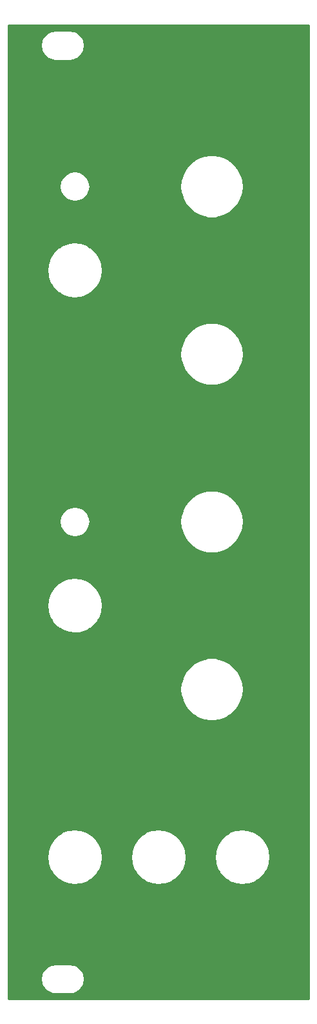
<source format=gtl>
G04 #@! TF.GenerationSoftware,KiCad,Pcbnew,(5.0.0-rc2)*
G04 #@! TF.CreationDate,2020-07-08T18:30:56+03:00*
G04 #@! TF.ProjectId,ENVPNL2,454E56504E4C322E6B696361645F7063,rev?*
G04 #@! TF.SameCoordinates,PX42a96e0PY92dda80*
G04 #@! TF.FileFunction,Copper,L1,Top,Signal*
G04 #@! TF.FilePolarity,Positive*
%FSLAX46Y46*%
G04 Gerber Fmt 4.6, Leading zero omitted, Abs format (unit mm)*
G04 Created by KiCad (PCBNEW (5.0.0-rc2)) date Wed Jul  8 18:30:56 2020*
%MOMM*%
%LPD*%
G01*
G04 APERTURE LIST*
G04 #@! TA.AperFunction,NonConductor*
%ADD10C,0.254000*%
G04 #@! TD*
G04 APERTURE END LIST*
D10*
G36*
X39798000Y402000D02*
X402000Y402000D01*
X402000Y3060540D01*
X4617764Y3060540D01*
X4617765Y3000000D01*
X4617764Y2939460D01*
X4617766Y2939454D01*
X4696074Y2445039D01*
X4696074Y2445033D01*
X4733490Y2329879D01*
X4960753Y1883850D01*
X5031923Y1785893D01*
X5031927Y1785890D01*
X5385893Y1431923D01*
X5483850Y1360753D01*
X5929879Y1133490D01*
X6045033Y1096074D01*
X6045039Y1096074D01*
X6531969Y1018951D01*
X6561888Y1013000D01*
X8438112Y1013000D01*
X8468035Y1018952D01*
X8954961Y1096074D01*
X8954967Y1096074D01*
X9070121Y1133490D01*
X9516150Y1360753D01*
X9614107Y1431923D01*
X9614110Y1431927D01*
X9968078Y1785894D01*
X10039247Y1883850D01*
X10266510Y2329879D01*
X10303926Y2445033D01*
X10303926Y2445039D01*
X10382234Y2939455D01*
X10382236Y2939460D01*
X10382236Y3060540D01*
X10382234Y3060545D01*
X10303926Y3554961D01*
X10303926Y3554967D01*
X10266510Y3670121D01*
X10039247Y4116150D01*
X9995131Y4176870D01*
X9968078Y4214106D01*
X9614110Y4568073D01*
X9614107Y4568077D01*
X9516150Y4639247D01*
X9070121Y4866510D01*
X8954967Y4903926D01*
X8954961Y4903926D01*
X8468035Y4981048D01*
X8438112Y4987000D01*
X6561888Y4987000D01*
X6531969Y4981049D01*
X6045039Y4903926D01*
X6045033Y4903926D01*
X5929879Y4866510D01*
X5483850Y4639247D01*
X5385894Y4568078D01*
X5031927Y4214110D01*
X5031923Y4214107D01*
X4960753Y4116150D01*
X4733490Y3670121D01*
X4696074Y3554967D01*
X4696074Y3554961D01*
X4617766Y3060546D01*
X4617764Y3060540D01*
X402000Y3060540D01*
X402000Y18948940D01*
X5443356Y18948940D01*
X5523000Y18318498D01*
X5523000Y18288490D01*
X5528454Y18275322D01*
X5545539Y18140085D01*
X5824382Y17373969D01*
X6041095Y17037697D01*
X6067565Y16973792D01*
X6108949Y16932408D01*
X6266028Y16688669D01*
X6848526Y16118245D01*
X7042359Y15998998D01*
X7073792Y15967565D01*
X7133969Y15942639D01*
X7542925Y15691047D01*
X8314713Y15428309D01*
X9125530Y15343089D01*
X9795683Y15423000D01*
X9811510Y15423000D01*
X9817908Y15425650D01*
X9935079Y15439622D01*
X10703123Y15713110D01*
X11062494Y15941174D01*
X11126208Y15967565D01*
X11164642Y16005999D01*
X11391490Y16149961D01*
X11965967Y16728463D01*
X12097330Y16938687D01*
X12132435Y16973792D01*
X12158329Y17036306D01*
X12398002Y17419862D01*
X12666121Y18189797D01*
X12751272Y18948940D01*
X16443356Y18948940D01*
X16523000Y18318498D01*
X16523000Y18288490D01*
X16528454Y18275322D01*
X16545539Y18140085D01*
X16824382Y17373969D01*
X17041095Y17037697D01*
X17067565Y16973792D01*
X17108949Y16932408D01*
X17266028Y16688669D01*
X17848526Y16118245D01*
X18042359Y15998998D01*
X18073792Y15967565D01*
X18133969Y15942639D01*
X18542925Y15691047D01*
X19314713Y15428309D01*
X20125530Y15343089D01*
X20795683Y15423000D01*
X20811510Y15423000D01*
X20817908Y15425650D01*
X20935079Y15439622D01*
X21703123Y15713110D01*
X22062494Y15941174D01*
X22126208Y15967565D01*
X22164642Y16005999D01*
X22391490Y16149961D01*
X22965967Y16728463D01*
X23097330Y16938687D01*
X23132435Y16973792D01*
X23158329Y17036306D01*
X23398002Y17419862D01*
X23666121Y18189797D01*
X23751272Y18948940D01*
X27443356Y18948940D01*
X27523000Y18318498D01*
X27523000Y18288490D01*
X27528454Y18275322D01*
X27545539Y18140085D01*
X27824382Y17373969D01*
X28041095Y17037697D01*
X28067565Y16973792D01*
X28108949Y16932408D01*
X28266028Y16688669D01*
X28848526Y16118245D01*
X29042359Y15998998D01*
X29073792Y15967565D01*
X29133969Y15942639D01*
X29542925Y15691047D01*
X30314713Y15428309D01*
X31125530Y15343089D01*
X31795683Y15423000D01*
X31811510Y15423000D01*
X31817908Y15425650D01*
X31935079Y15439622D01*
X32703123Y15713110D01*
X33062494Y15941174D01*
X33126208Y15967565D01*
X33164642Y16005999D01*
X33391490Y16149961D01*
X33965967Y16728463D01*
X34097330Y16938687D01*
X34132435Y16973792D01*
X34158329Y17036306D01*
X34398002Y17419862D01*
X34666121Y18189797D01*
X34757000Y19000000D01*
X34755574Y19102109D01*
X34677000Y19661195D01*
X34677000Y19711510D01*
X34666297Y19737348D01*
X34642109Y19909459D01*
X34352596Y20671607D01*
X34157990Y20964512D01*
X34132435Y21026208D01*
X34086442Y21072201D01*
X33901425Y21350674D01*
X33311019Y21912910D01*
X33149372Y22009271D01*
X33126208Y22032435D01*
X33074777Y22053738D01*
X32610723Y22330370D01*
X31835342Y22582307D01*
X31023414Y22656198D01*
X30429855Y22577000D01*
X30388490Y22577000D01*
X30368833Y22568858D01*
X30215292Y22548371D01*
X29451141Y22264186D01*
X29136993Y22058614D01*
X29073792Y22032435D01*
X29029874Y21988517D01*
X28768940Y21817767D01*
X28202597Y21231301D01*
X28095009Y21053652D01*
X28067565Y21026208D01*
X28044143Y20969662D01*
X27780258Y20533936D01*
X27522914Y19760333D01*
X27443356Y18948940D01*
X23751272Y18948940D01*
X23757000Y19000000D01*
X23755574Y19102109D01*
X23677000Y19661195D01*
X23677000Y19711510D01*
X23666297Y19737348D01*
X23642109Y19909459D01*
X23352596Y20671607D01*
X23157990Y20964512D01*
X23132435Y21026208D01*
X23086442Y21072201D01*
X22901425Y21350674D01*
X22311019Y21912910D01*
X22149372Y22009271D01*
X22126208Y22032435D01*
X22074777Y22053738D01*
X21610723Y22330370D01*
X20835342Y22582307D01*
X20023414Y22656198D01*
X19429855Y22577000D01*
X19388490Y22577000D01*
X19368833Y22568858D01*
X19215292Y22548371D01*
X18451141Y22264186D01*
X18136993Y22058614D01*
X18073792Y22032435D01*
X18029874Y21988517D01*
X17768940Y21817767D01*
X17202597Y21231301D01*
X17095009Y21053652D01*
X17067565Y21026208D01*
X17044143Y20969662D01*
X16780258Y20533936D01*
X16522914Y19760333D01*
X16443356Y18948940D01*
X12751272Y18948940D01*
X12757000Y19000000D01*
X12755574Y19102109D01*
X12677000Y19661195D01*
X12677000Y19711510D01*
X12666297Y19737348D01*
X12642109Y19909459D01*
X12352596Y20671607D01*
X12157990Y20964512D01*
X12132435Y21026208D01*
X12086442Y21072201D01*
X11901425Y21350674D01*
X11311019Y21912910D01*
X11149372Y22009271D01*
X11126208Y22032435D01*
X11074777Y22053738D01*
X10610723Y22330370D01*
X9835342Y22582307D01*
X9023414Y22656198D01*
X8429855Y22577000D01*
X8388490Y22577000D01*
X8368833Y22568858D01*
X8215292Y22548371D01*
X7451141Y22264186D01*
X7136993Y22058614D01*
X7073792Y22032435D01*
X7029874Y21988517D01*
X6768940Y21817767D01*
X6202597Y21231301D01*
X6095009Y21053652D01*
X6067565Y21026208D01*
X6044143Y20969662D01*
X5780258Y20533936D01*
X5522914Y19760333D01*
X5443356Y18948940D01*
X402000Y18948940D01*
X402000Y41000000D01*
X22943000Y41000000D01*
X23023000Y40238847D01*
X23023000Y40189034D01*
X23030016Y40172096D01*
X23033840Y40135711D01*
X23302392Y39309196D01*
X23603386Y38787859D01*
X23643686Y38690565D01*
X23681240Y38653011D01*
X23736916Y38556577D01*
X24318424Y37910747D01*
X24702689Y37631562D01*
X24790565Y37543686D01*
X24867504Y37511817D01*
X25021500Y37399932D01*
X25815416Y37046458D01*
X26176034Y36969806D01*
X26289034Y36923000D01*
X26396239Y36923000D01*
X26665475Y36865772D01*
X27534525Y36865772D01*
X27803761Y36923000D01*
X27910966Y36923000D01*
X28023966Y36969806D01*
X28384584Y37046458D01*
X29178500Y37399932D01*
X29332496Y37511817D01*
X29409435Y37543686D01*
X29497311Y37631562D01*
X29881576Y37910747D01*
X30463084Y38556577D01*
X30518760Y38653011D01*
X30556314Y38690565D01*
X30596614Y38787859D01*
X30897608Y39309196D01*
X31166160Y40135711D01*
X31169984Y40172096D01*
X31177000Y40189034D01*
X31177000Y40238847D01*
X31257000Y41000000D01*
X31177000Y41761153D01*
X31177000Y41810966D01*
X31169984Y41827904D01*
X31166160Y41864289D01*
X30897608Y42690804D01*
X30596614Y43212141D01*
X30556314Y43309435D01*
X30518760Y43346989D01*
X30463084Y43443423D01*
X29881576Y44089253D01*
X29497311Y44368438D01*
X29409435Y44456314D01*
X29332496Y44488183D01*
X29178500Y44600068D01*
X28384584Y44953542D01*
X28023966Y45030194D01*
X27910966Y45077000D01*
X27803761Y45077000D01*
X27534525Y45134228D01*
X26665475Y45134228D01*
X26396239Y45077000D01*
X26289034Y45077000D01*
X26176034Y45030194D01*
X25815416Y44953542D01*
X25021500Y44600068D01*
X24867504Y44488183D01*
X24790565Y44456314D01*
X24702689Y44368438D01*
X24318424Y44089253D01*
X23736916Y43443423D01*
X23681240Y43346989D01*
X23643686Y43309435D01*
X23603386Y43212141D01*
X23302392Y42690804D01*
X23033840Y41864289D01*
X23030016Y41827904D01*
X23023000Y41810966D01*
X23023000Y41761153D01*
X22943000Y41000000D01*
X402000Y41000000D01*
X402000Y51948940D01*
X5443356Y51948940D01*
X5523000Y51318498D01*
X5523000Y51288490D01*
X5528454Y51275322D01*
X5545539Y51140085D01*
X5824382Y50373969D01*
X6041095Y50037697D01*
X6067565Y49973792D01*
X6108949Y49932408D01*
X6266028Y49688669D01*
X6848526Y49118245D01*
X7042359Y48998998D01*
X7073792Y48967565D01*
X7133969Y48942639D01*
X7542925Y48691047D01*
X8314713Y48428309D01*
X9125530Y48343089D01*
X9795683Y48423000D01*
X9811510Y48423000D01*
X9817908Y48425650D01*
X9935079Y48439622D01*
X10703123Y48713110D01*
X11062494Y48941174D01*
X11126208Y48967565D01*
X11164642Y49005999D01*
X11391490Y49149961D01*
X11965967Y49728463D01*
X12097330Y49938687D01*
X12132435Y49973792D01*
X12158329Y50036306D01*
X12398002Y50419862D01*
X12666121Y51189797D01*
X12757000Y52000000D01*
X12755574Y52102109D01*
X12677000Y52661195D01*
X12677000Y52711510D01*
X12666297Y52737348D01*
X12642109Y52909459D01*
X12352596Y53671607D01*
X12157990Y53964512D01*
X12132435Y54026208D01*
X12086442Y54072201D01*
X11901425Y54350674D01*
X11311019Y54912910D01*
X11149372Y55009271D01*
X11126208Y55032435D01*
X11074777Y55053738D01*
X10610723Y55330370D01*
X9835342Y55582307D01*
X9023414Y55656198D01*
X8429855Y55577000D01*
X8388490Y55577000D01*
X8368833Y55568858D01*
X8215292Y55548371D01*
X7451141Y55264186D01*
X7136993Y55058614D01*
X7073792Y55032435D01*
X7029874Y54988517D01*
X6768940Y54817767D01*
X6202597Y54231301D01*
X6095009Y54053652D01*
X6067565Y54026208D01*
X6044143Y53969662D01*
X5780258Y53533936D01*
X5522914Y52760333D01*
X5443356Y51948940D01*
X402000Y51948940D01*
X402000Y63000000D01*
X7093000Y63000000D01*
X7191230Y62379803D01*
X7476303Y61820315D01*
X7920315Y61376303D01*
X8479803Y61091230D01*
X9100000Y60993000D01*
X9720197Y61091230D01*
X10279685Y61376303D01*
X10723697Y61820315D01*
X11008770Y62379803D01*
X11107000Y63000000D01*
X22943000Y63000000D01*
X23023000Y62238847D01*
X23023000Y62189034D01*
X23030016Y62172096D01*
X23033840Y62135711D01*
X23302392Y61309196D01*
X23603386Y60787859D01*
X23643686Y60690565D01*
X23681240Y60653011D01*
X23736916Y60556577D01*
X24318424Y59910747D01*
X24702689Y59631562D01*
X24790565Y59543686D01*
X24867504Y59511817D01*
X25021500Y59399932D01*
X25815416Y59046458D01*
X26176034Y58969806D01*
X26289034Y58923000D01*
X26396239Y58923000D01*
X26665475Y58865772D01*
X27534525Y58865772D01*
X27803761Y58923000D01*
X27910966Y58923000D01*
X28023966Y58969806D01*
X28384584Y59046458D01*
X29178500Y59399932D01*
X29332496Y59511817D01*
X29409435Y59543686D01*
X29497311Y59631562D01*
X29881576Y59910747D01*
X30463084Y60556577D01*
X30518760Y60653011D01*
X30556314Y60690565D01*
X30596614Y60787859D01*
X30897608Y61309196D01*
X31166160Y62135711D01*
X31169984Y62172096D01*
X31177000Y62189034D01*
X31177000Y62238847D01*
X31257000Y63000000D01*
X31177000Y63761153D01*
X31177000Y63810966D01*
X31169984Y63827904D01*
X31166160Y63864289D01*
X30897608Y64690804D01*
X30596614Y65212141D01*
X30556314Y65309435D01*
X30518760Y65346989D01*
X30463084Y65443423D01*
X29881576Y66089253D01*
X29497311Y66368438D01*
X29409435Y66456314D01*
X29332496Y66488183D01*
X29178500Y66600068D01*
X28384584Y66953542D01*
X28023966Y67030194D01*
X27910966Y67077000D01*
X27803761Y67077000D01*
X27534525Y67134228D01*
X26665475Y67134228D01*
X26396239Y67077000D01*
X26289034Y67077000D01*
X26176034Y67030194D01*
X25815416Y66953542D01*
X25021500Y66600068D01*
X24867504Y66488183D01*
X24790565Y66456314D01*
X24702689Y66368438D01*
X24318424Y66089253D01*
X23736916Y65443423D01*
X23681240Y65346989D01*
X23643686Y65309435D01*
X23603386Y65212141D01*
X23302392Y64690804D01*
X23033840Y63864289D01*
X23030016Y63827904D01*
X23023000Y63810966D01*
X23023000Y63761153D01*
X22943000Y63000000D01*
X11107000Y63000000D01*
X11008770Y63620197D01*
X10723697Y64179685D01*
X10279685Y64623697D01*
X9720197Y64908770D01*
X9100000Y65007000D01*
X8479803Y64908770D01*
X7920315Y64623697D01*
X7476303Y64179685D01*
X7191230Y63620197D01*
X7093000Y63000000D01*
X402000Y63000000D01*
X402000Y85000000D01*
X22943000Y85000000D01*
X23023000Y84238847D01*
X23023000Y84189034D01*
X23030016Y84172096D01*
X23033840Y84135711D01*
X23302392Y83309196D01*
X23603386Y82787859D01*
X23643686Y82690565D01*
X23681240Y82653011D01*
X23736916Y82556577D01*
X24318424Y81910747D01*
X24702689Y81631562D01*
X24790565Y81543686D01*
X24867504Y81511817D01*
X25021500Y81399932D01*
X25815416Y81046458D01*
X26176034Y80969806D01*
X26289034Y80923000D01*
X26396239Y80923000D01*
X26665475Y80865772D01*
X27534525Y80865772D01*
X27803761Y80923000D01*
X27910966Y80923000D01*
X28023966Y80969806D01*
X28384584Y81046458D01*
X29178500Y81399932D01*
X29332496Y81511817D01*
X29409435Y81543686D01*
X29497311Y81631562D01*
X29881576Y81910747D01*
X30463084Y82556577D01*
X30518760Y82653011D01*
X30556314Y82690565D01*
X30596614Y82787859D01*
X30897608Y83309196D01*
X31166160Y84135711D01*
X31169984Y84172096D01*
X31177000Y84189034D01*
X31177000Y84238847D01*
X31257000Y85000000D01*
X31177000Y85761153D01*
X31177000Y85810966D01*
X31169984Y85827904D01*
X31166160Y85864289D01*
X30897608Y86690804D01*
X30596614Y87212141D01*
X30556314Y87309435D01*
X30518760Y87346989D01*
X30463084Y87443423D01*
X29881576Y88089253D01*
X29497311Y88368438D01*
X29409435Y88456314D01*
X29332496Y88488183D01*
X29178500Y88600068D01*
X28384584Y88953542D01*
X28023966Y89030194D01*
X27910966Y89077000D01*
X27803761Y89077000D01*
X27534525Y89134228D01*
X26665475Y89134228D01*
X26396239Y89077000D01*
X26289034Y89077000D01*
X26176034Y89030194D01*
X25815416Y88953542D01*
X25021500Y88600068D01*
X24867504Y88488183D01*
X24790565Y88456314D01*
X24702689Y88368438D01*
X24318424Y88089253D01*
X23736916Y87443423D01*
X23681240Y87346989D01*
X23643686Y87309435D01*
X23603386Y87212141D01*
X23302392Y86690804D01*
X23033840Y85864289D01*
X23030016Y85827904D01*
X23023000Y85810966D01*
X23023000Y85761153D01*
X22943000Y85000000D01*
X402000Y85000000D01*
X402000Y95948940D01*
X5443356Y95948940D01*
X5523000Y95318498D01*
X5523000Y95288490D01*
X5528454Y95275322D01*
X5545539Y95140085D01*
X5824382Y94373969D01*
X6041095Y94037697D01*
X6067565Y93973792D01*
X6108949Y93932408D01*
X6266028Y93688669D01*
X6848526Y93118245D01*
X7042359Y92998998D01*
X7073792Y92967565D01*
X7133969Y92942639D01*
X7542925Y92691047D01*
X8314713Y92428309D01*
X9125530Y92343089D01*
X9795683Y92423000D01*
X9811510Y92423000D01*
X9817908Y92425650D01*
X9935079Y92439622D01*
X10703123Y92713110D01*
X11062494Y92941174D01*
X11126208Y92967565D01*
X11164642Y93005999D01*
X11391490Y93149961D01*
X11965967Y93728463D01*
X12097330Y93938687D01*
X12132435Y93973792D01*
X12158329Y94036306D01*
X12398002Y94419862D01*
X12666121Y95189797D01*
X12757000Y96000000D01*
X12755574Y96102109D01*
X12677000Y96661195D01*
X12677000Y96711510D01*
X12666297Y96737348D01*
X12642109Y96909459D01*
X12352596Y97671607D01*
X12157990Y97964512D01*
X12132435Y98026208D01*
X12086442Y98072201D01*
X11901425Y98350674D01*
X11311019Y98912910D01*
X11149372Y99009271D01*
X11126208Y99032435D01*
X11074777Y99053738D01*
X10610723Y99330370D01*
X9835342Y99582307D01*
X9023414Y99656198D01*
X8429855Y99577000D01*
X8388490Y99577000D01*
X8368833Y99568858D01*
X8215292Y99548371D01*
X7451141Y99264186D01*
X7136993Y99058614D01*
X7073792Y99032435D01*
X7029874Y98988517D01*
X6768940Y98817767D01*
X6202597Y98231301D01*
X6095009Y98053652D01*
X6067565Y98026208D01*
X6044143Y97969662D01*
X5780258Y97533936D01*
X5522914Y96760333D01*
X5443356Y95948940D01*
X402000Y95948940D01*
X402000Y107000000D01*
X7093000Y107000000D01*
X7191230Y106379803D01*
X7476303Y105820315D01*
X7920315Y105376303D01*
X8479803Y105091230D01*
X9100000Y104993000D01*
X9720197Y105091230D01*
X10279685Y105376303D01*
X10723697Y105820315D01*
X11008770Y106379803D01*
X11107000Y107000000D01*
X22943000Y107000000D01*
X23023000Y106238847D01*
X23023000Y106189034D01*
X23030016Y106172096D01*
X23033840Y106135711D01*
X23302392Y105309196D01*
X23603386Y104787859D01*
X23643686Y104690565D01*
X23681240Y104653011D01*
X23736916Y104556577D01*
X24318424Y103910747D01*
X24702689Y103631562D01*
X24790565Y103543686D01*
X24867504Y103511817D01*
X25021500Y103399932D01*
X25815416Y103046458D01*
X26176034Y102969806D01*
X26289034Y102923000D01*
X26396239Y102923000D01*
X26665475Y102865772D01*
X27534525Y102865772D01*
X27803761Y102923000D01*
X27910966Y102923000D01*
X28023966Y102969806D01*
X28384584Y103046458D01*
X29178500Y103399932D01*
X29332496Y103511817D01*
X29409435Y103543686D01*
X29497311Y103631562D01*
X29881576Y103910747D01*
X30463084Y104556577D01*
X30518760Y104653011D01*
X30556314Y104690565D01*
X30596614Y104787859D01*
X30897608Y105309196D01*
X31166160Y106135711D01*
X31169984Y106172096D01*
X31177000Y106189034D01*
X31177000Y106238847D01*
X31257000Y107000000D01*
X31177000Y107761153D01*
X31177000Y107810966D01*
X31169984Y107827904D01*
X31166160Y107864289D01*
X30897608Y108690804D01*
X30596614Y109212141D01*
X30556314Y109309435D01*
X30518760Y109346989D01*
X30463084Y109443423D01*
X29881576Y110089253D01*
X29497311Y110368438D01*
X29409435Y110456314D01*
X29332496Y110488183D01*
X29178500Y110600068D01*
X28384584Y110953542D01*
X28023966Y111030194D01*
X27910966Y111077000D01*
X27803761Y111077000D01*
X27534525Y111134228D01*
X26665475Y111134228D01*
X26396239Y111077000D01*
X26289034Y111077000D01*
X26176034Y111030194D01*
X25815416Y110953542D01*
X25021500Y110600068D01*
X24867504Y110488183D01*
X24790565Y110456314D01*
X24702689Y110368438D01*
X24318424Y110089253D01*
X23736916Y109443423D01*
X23681240Y109346989D01*
X23643686Y109309435D01*
X23603386Y109212141D01*
X23302392Y108690804D01*
X23033840Y107864289D01*
X23030016Y107827904D01*
X23023000Y107810966D01*
X23023000Y107761153D01*
X22943000Y107000000D01*
X11107000Y107000000D01*
X11008770Y107620197D01*
X10723697Y108179685D01*
X10279685Y108623697D01*
X9720197Y108908770D01*
X9100000Y109007000D01*
X8479803Y108908770D01*
X7920315Y108623697D01*
X7476303Y108179685D01*
X7191230Y107620197D01*
X7093000Y107000000D01*
X402000Y107000000D01*
X402000Y125560540D01*
X4617764Y125560540D01*
X4617765Y125500000D01*
X4617764Y125439460D01*
X4617766Y125439454D01*
X4696074Y124945039D01*
X4696074Y124945033D01*
X4733490Y124829879D01*
X4960753Y124383850D01*
X5031923Y124285893D01*
X5031927Y124285890D01*
X5385893Y123931923D01*
X5483850Y123860753D01*
X5929879Y123633490D01*
X6045033Y123596074D01*
X6045039Y123596074D01*
X6531969Y123518951D01*
X6561888Y123513000D01*
X8438112Y123513000D01*
X8468035Y123518952D01*
X8954961Y123596074D01*
X8954967Y123596074D01*
X9070121Y123633490D01*
X9516150Y123860753D01*
X9614107Y123931923D01*
X9614110Y123931927D01*
X9968078Y124285894D01*
X10039247Y124383850D01*
X10266510Y124829879D01*
X10303926Y124945033D01*
X10303926Y124945039D01*
X10382234Y125439455D01*
X10382236Y125439460D01*
X10382236Y125560540D01*
X10382234Y125560545D01*
X10303926Y126054961D01*
X10303926Y126054967D01*
X10266510Y126170121D01*
X10039247Y126616150D01*
X9995131Y126676870D01*
X9968078Y126714106D01*
X9614110Y127068073D01*
X9614107Y127068077D01*
X9516150Y127139247D01*
X9070121Y127366510D01*
X8954967Y127403926D01*
X8954961Y127403926D01*
X8468035Y127481048D01*
X8438112Y127487000D01*
X6561888Y127487000D01*
X6531969Y127481049D01*
X6045039Y127403926D01*
X6045033Y127403926D01*
X5929879Y127366510D01*
X5483850Y127139247D01*
X5385894Y127068078D01*
X5031927Y126714110D01*
X5031923Y126714107D01*
X4960753Y126616150D01*
X4733490Y126170121D01*
X4696074Y126054967D01*
X4696074Y126054961D01*
X4617766Y125560546D01*
X4617764Y125560540D01*
X402000Y125560540D01*
X401999Y128098000D01*
X39798001Y128098000D01*
X39798000Y402000D01*
X39798000Y402000D01*
G37*
X39798000Y402000D02*
X402000Y402000D01*
X402000Y3060540D01*
X4617764Y3060540D01*
X4617765Y3000000D01*
X4617764Y2939460D01*
X4617766Y2939454D01*
X4696074Y2445039D01*
X4696074Y2445033D01*
X4733490Y2329879D01*
X4960753Y1883850D01*
X5031923Y1785893D01*
X5031927Y1785890D01*
X5385893Y1431923D01*
X5483850Y1360753D01*
X5929879Y1133490D01*
X6045033Y1096074D01*
X6045039Y1096074D01*
X6531969Y1018951D01*
X6561888Y1013000D01*
X8438112Y1013000D01*
X8468035Y1018952D01*
X8954961Y1096074D01*
X8954967Y1096074D01*
X9070121Y1133490D01*
X9516150Y1360753D01*
X9614107Y1431923D01*
X9614110Y1431927D01*
X9968078Y1785894D01*
X10039247Y1883850D01*
X10266510Y2329879D01*
X10303926Y2445033D01*
X10303926Y2445039D01*
X10382234Y2939455D01*
X10382236Y2939460D01*
X10382236Y3060540D01*
X10382234Y3060545D01*
X10303926Y3554961D01*
X10303926Y3554967D01*
X10266510Y3670121D01*
X10039247Y4116150D01*
X9995131Y4176870D01*
X9968078Y4214106D01*
X9614110Y4568073D01*
X9614107Y4568077D01*
X9516150Y4639247D01*
X9070121Y4866510D01*
X8954967Y4903926D01*
X8954961Y4903926D01*
X8468035Y4981048D01*
X8438112Y4987000D01*
X6561888Y4987000D01*
X6531969Y4981049D01*
X6045039Y4903926D01*
X6045033Y4903926D01*
X5929879Y4866510D01*
X5483850Y4639247D01*
X5385894Y4568078D01*
X5031927Y4214110D01*
X5031923Y4214107D01*
X4960753Y4116150D01*
X4733490Y3670121D01*
X4696074Y3554967D01*
X4696074Y3554961D01*
X4617766Y3060546D01*
X4617764Y3060540D01*
X402000Y3060540D01*
X402000Y18948940D01*
X5443356Y18948940D01*
X5523000Y18318498D01*
X5523000Y18288490D01*
X5528454Y18275322D01*
X5545539Y18140085D01*
X5824382Y17373969D01*
X6041095Y17037697D01*
X6067565Y16973792D01*
X6108949Y16932408D01*
X6266028Y16688669D01*
X6848526Y16118245D01*
X7042359Y15998998D01*
X7073792Y15967565D01*
X7133969Y15942639D01*
X7542925Y15691047D01*
X8314713Y15428309D01*
X9125530Y15343089D01*
X9795683Y15423000D01*
X9811510Y15423000D01*
X9817908Y15425650D01*
X9935079Y15439622D01*
X10703123Y15713110D01*
X11062494Y15941174D01*
X11126208Y15967565D01*
X11164642Y16005999D01*
X11391490Y16149961D01*
X11965967Y16728463D01*
X12097330Y16938687D01*
X12132435Y16973792D01*
X12158329Y17036306D01*
X12398002Y17419862D01*
X12666121Y18189797D01*
X12751272Y18948940D01*
X16443356Y18948940D01*
X16523000Y18318498D01*
X16523000Y18288490D01*
X16528454Y18275322D01*
X16545539Y18140085D01*
X16824382Y17373969D01*
X17041095Y17037697D01*
X17067565Y16973792D01*
X17108949Y16932408D01*
X17266028Y16688669D01*
X17848526Y16118245D01*
X18042359Y15998998D01*
X18073792Y15967565D01*
X18133969Y15942639D01*
X18542925Y15691047D01*
X19314713Y15428309D01*
X20125530Y15343089D01*
X20795683Y15423000D01*
X20811510Y15423000D01*
X20817908Y15425650D01*
X20935079Y15439622D01*
X21703123Y15713110D01*
X22062494Y15941174D01*
X22126208Y15967565D01*
X22164642Y16005999D01*
X22391490Y16149961D01*
X22965967Y16728463D01*
X23097330Y16938687D01*
X23132435Y16973792D01*
X23158329Y17036306D01*
X23398002Y17419862D01*
X23666121Y18189797D01*
X23751272Y18948940D01*
X27443356Y18948940D01*
X27523000Y18318498D01*
X27523000Y18288490D01*
X27528454Y18275322D01*
X27545539Y18140085D01*
X27824382Y17373969D01*
X28041095Y17037697D01*
X28067565Y16973792D01*
X28108949Y16932408D01*
X28266028Y16688669D01*
X28848526Y16118245D01*
X29042359Y15998998D01*
X29073792Y15967565D01*
X29133969Y15942639D01*
X29542925Y15691047D01*
X30314713Y15428309D01*
X31125530Y15343089D01*
X31795683Y15423000D01*
X31811510Y15423000D01*
X31817908Y15425650D01*
X31935079Y15439622D01*
X32703123Y15713110D01*
X33062494Y15941174D01*
X33126208Y15967565D01*
X33164642Y16005999D01*
X33391490Y16149961D01*
X33965967Y16728463D01*
X34097330Y16938687D01*
X34132435Y16973792D01*
X34158329Y17036306D01*
X34398002Y17419862D01*
X34666121Y18189797D01*
X34757000Y19000000D01*
X34755574Y19102109D01*
X34677000Y19661195D01*
X34677000Y19711510D01*
X34666297Y19737348D01*
X34642109Y19909459D01*
X34352596Y20671607D01*
X34157990Y20964512D01*
X34132435Y21026208D01*
X34086442Y21072201D01*
X33901425Y21350674D01*
X33311019Y21912910D01*
X33149372Y22009271D01*
X33126208Y22032435D01*
X33074777Y22053738D01*
X32610723Y22330370D01*
X31835342Y22582307D01*
X31023414Y22656198D01*
X30429855Y22577000D01*
X30388490Y22577000D01*
X30368833Y22568858D01*
X30215292Y22548371D01*
X29451141Y22264186D01*
X29136993Y22058614D01*
X29073792Y22032435D01*
X29029874Y21988517D01*
X28768940Y21817767D01*
X28202597Y21231301D01*
X28095009Y21053652D01*
X28067565Y21026208D01*
X28044143Y20969662D01*
X27780258Y20533936D01*
X27522914Y19760333D01*
X27443356Y18948940D01*
X23751272Y18948940D01*
X23757000Y19000000D01*
X23755574Y19102109D01*
X23677000Y19661195D01*
X23677000Y19711510D01*
X23666297Y19737348D01*
X23642109Y19909459D01*
X23352596Y20671607D01*
X23157990Y20964512D01*
X23132435Y21026208D01*
X23086442Y21072201D01*
X22901425Y21350674D01*
X22311019Y21912910D01*
X22149372Y22009271D01*
X22126208Y22032435D01*
X22074777Y22053738D01*
X21610723Y22330370D01*
X20835342Y22582307D01*
X20023414Y22656198D01*
X19429855Y22577000D01*
X19388490Y22577000D01*
X19368833Y22568858D01*
X19215292Y22548371D01*
X18451141Y22264186D01*
X18136993Y22058614D01*
X18073792Y22032435D01*
X18029874Y21988517D01*
X17768940Y21817767D01*
X17202597Y21231301D01*
X17095009Y21053652D01*
X17067565Y21026208D01*
X17044143Y20969662D01*
X16780258Y20533936D01*
X16522914Y19760333D01*
X16443356Y18948940D01*
X12751272Y18948940D01*
X12757000Y19000000D01*
X12755574Y19102109D01*
X12677000Y19661195D01*
X12677000Y19711510D01*
X12666297Y19737348D01*
X12642109Y19909459D01*
X12352596Y20671607D01*
X12157990Y20964512D01*
X12132435Y21026208D01*
X12086442Y21072201D01*
X11901425Y21350674D01*
X11311019Y21912910D01*
X11149372Y22009271D01*
X11126208Y22032435D01*
X11074777Y22053738D01*
X10610723Y22330370D01*
X9835342Y22582307D01*
X9023414Y22656198D01*
X8429855Y22577000D01*
X8388490Y22577000D01*
X8368833Y22568858D01*
X8215292Y22548371D01*
X7451141Y22264186D01*
X7136993Y22058614D01*
X7073792Y22032435D01*
X7029874Y21988517D01*
X6768940Y21817767D01*
X6202597Y21231301D01*
X6095009Y21053652D01*
X6067565Y21026208D01*
X6044143Y20969662D01*
X5780258Y20533936D01*
X5522914Y19760333D01*
X5443356Y18948940D01*
X402000Y18948940D01*
X402000Y41000000D01*
X22943000Y41000000D01*
X23023000Y40238847D01*
X23023000Y40189034D01*
X23030016Y40172096D01*
X23033840Y40135711D01*
X23302392Y39309196D01*
X23603386Y38787859D01*
X23643686Y38690565D01*
X23681240Y38653011D01*
X23736916Y38556577D01*
X24318424Y37910747D01*
X24702689Y37631562D01*
X24790565Y37543686D01*
X24867504Y37511817D01*
X25021500Y37399932D01*
X25815416Y37046458D01*
X26176034Y36969806D01*
X26289034Y36923000D01*
X26396239Y36923000D01*
X26665475Y36865772D01*
X27534525Y36865772D01*
X27803761Y36923000D01*
X27910966Y36923000D01*
X28023966Y36969806D01*
X28384584Y37046458D01*
X29178500Y37399932D01*
X29332496Y37511817D01*
X29409435Y37543686D01*
X29497311Y37631562D01*
X29881576Y37910747D01*
X30463084Y38556577D01*
X30518760Y38653011D01*
X30556314Y38690565D01*
X30596614Y38787859D01*
X30897608Y39309196D01*
X31166160Y40135711D01*
X31169984Y40172096D01*
X31177000Y40189034D01*
X31177000Y40238847D01*
X31257000Y41000000D01*
X31177000Y41761153D01*
X31177000Y41810966D01*
X31169984Y41827904D01*
X31166160Y41864289D01*
X30897608Y42690804D01*
X30596614Y43212141D01*
X30556314Y43309435D01*
X30518760Y43346989D01*
X30463084Y43443423D01*
X29881576Y44089253D01*
X29497311Y44368438D01*
X29409435Y44456314D01*
X29332496Y44488183D01*
X29178500Y44600068D01*
X28384584Y44953542D01*
X28023966Y45030194D01*
X27910966Y45077000D01*
X27803761Y45077000D01*
X27534525Y45134228D01*
X26665475Y45134228D01*
X26396239Y45077000D01*
X26289034Y45077000D01*
X26176034Y45030194D01*
X25815416Y44953542D01*
X25021500Y44600068D01*
X24867504Y44488183D01*
X24790565Y44456314D01*
X24702689Y44368438D01*
X24318424Y44089253D01*
X23736916Y43443423D01*
X23681240Y43346989D01*
X23643686Y43309435D01*
X23603386Y43212141D01*
X23302392Y42690804D01*
X23033840Y41864289D01*
X23030016Y41827904D01*
X23023000Y41810966D01*
X23023000Y41761153D01*
X22943000Y41000000D01*
X402000Y41000000D01*
X402000Y51948940D01*
X5443356Y51948940D01*
X5523000Y51318498D01*
X5523000Y51288490D01*
X5528454Y51275322D01*
X5545539Y51140085D01*
X5824382Y50373969D01*
X6041095Y50037697D01*
X6067565Y49973792D01*
X6108949Y49932408D01*
X6266028Y49688669D01*
X6848526Y49118245D01*
X7042359Y48998998D01*
X7073792Y48967565D01*
X7133969Y48942639D01*
X7542925Y48691047D01*
X8314713Y48428309D01*
X9125530Y48343089D01*
X9795683Y48423000D01*
X9811510Y48423000D01*
X9817908Y48425650D01*
X9935079Y48439622D01*
X10703123Y48713110D01*
X11062494Y48941174D01*
X11126208Y48967565D01*
X11164642Y49005999D01*
X11391490Y49149961D01*
X11965967Y49728463D01*
X12097330Y49938687D01*
X12132435Y49973792D01*
X12158329Y50036306D01*
X12398002Y50419862D01*
X12666121Y51189797D01*
X12757000Y52000000D01*
X12755574Y52102109D01*
X12677000Y52661195D01*
X12677000Y52711510D01*
X12666297Y52737348D01*
X12642109Y52909459D01*
X12352596Y53671607D01*
X12157990Y53964512D01*
X12132435Y54026208D01*
X12086442Y54072201D01*
X11901425Y54350674D01*
X11311019Y54912910D01*
X11149372Y55009271D01*
X11126208Y55032435D01*
X11074777Y55053738D01*
X10610723Y55330370D01*
X9835342Y55582307D01*
X9023414Y55656198D01*
X8429855Y55577000D01*
X8388490Y55577000D01*
X8368833Y55568858D01*
X8215292Y55548371D01*
X7451141Y55264186D01*
X7136993Y55058614D01*
X7073792Y55032435D01*
X7029874Y54988517D01*
X6768940Y54817767D01*
X6202597Y54231301D01*
X6095009Y54053652D01*
X6067565Y54026208D01*
X6044143Y53969662D01*
X5780258Y53533936D01*
X5522914Y52760333D01*
X5443356Y51948940D01*
X402000Y51948940D01*
X402000Y63000000D01*
X7093000Y63000000D01*
X7191230Y62379803D01*
X7476303Y61820315D01*
X7920315Y61376303D01*
X8479803Y61091230D01*
X9100000Y60993000D01*
X9720197Y61091230D01*
X10279685Y61376303D01*
X10723697Y61820315D01*
X11008770Y62379803D01*
X11107000Y63000000D01*
X22943000Y63000000D01*
X23023000Y62238847D01*
X23023000Y62189034D01*
X23030016Y62172096D01*
X23033840Y62135711D01*
X23302392Y61309196D01*
X23603386Y60787859D01*
X23643686Y60690565D01*
X23681240Y60653011D01*
X23736916Y60556577D01*
X24318424Y59910747D01*
X24702689Y59631562D01*
X24790565Y59543686D01*
X24867504Y59511817D01*
X25021500Y59399932D01*
X25815416Y59046458D01*
X26176034Y58969806D01*
X26289034Y58923000D01*
X26396239Y58923000D01*
X26665475Y58865772D01*
X27534525Y58865772D01*
X27803761Y58923000D01*
X27910966Y58923000D01*
X28023966Y58969806D01*
X28384584Y59046458D01*
X29178500Y59399932D01*
X29332496Y59511817D01*
X29409435Y59543686D01*
X29497311Y59631562D01*
X29881576Y59910747D01*
X30463084Y60556577D01*
X30518760Y60653011D01*
X30556314Y60690565D01*
X30596614Y60787859D01*
X30897608Y61309196D01*
X31166160Y62135711D01*
X31169984Y62172096D01*
X31177000Y62189034D01*
X31177000Y62238847D01*
X31257000Y63000000D01*
X31177000Y63761153D01*
X31177000Y63810966D01*
X31169984Y63827904D01*
X31166160Y63864289D01*
X30897608Y64690804D01*
X30596614Y65212141D01*
X30556314Y65309435D01*
X30518760Y65346989D01*
X30463084Y65443423D01*
X29881576Y66089253D01*
X29497311Y66368438D01*
X29409435Y66456314D01*
X29332496Y66488183D01*
X29178500Y66600068D01*
X28384584Y66953542D01*
X28023966Y67030194D01*
X27910966Y67077000D01*
X27803761Y67077000D01*
X27534525Y67134228D01*
X26665475Y67134228D01*
X26396239Y67077000D01*
X26289034Y67077000D01*
X26176034Y67030194D01*
X25815416Y66953542D01*
X25021500Y66600068D01*
X24867504Y66488183D01*
X24790565Y66456314D01*
X24702689Y66368438D01*
X24318424Y66089253D01*
X23736916Y65443423D01*
X23681240Y65346989D01*
X23643686Y65309435D01*
X23603386Y65212141D01*
X23302392Y64690804D01*
X23033840Y63864289D01*
X23030016Y63827904D01*
X23023000Y63810966D01*
X23023000Y63761153D01*
X22943000Y63000000D01*
X11107000Y63000000D01*
X11008770Y63620197D01*
X10723697Y64179685D01*
X10279685Y64623697D01*
X9720197Y64908770D01*
X9100000Y65007000D01*
X8479803Y64908770D01*
X7920315Y64623697D01*
X7476303Y64179685D01*
X7191230Y63620197D01*
X7093000Y63000000D01*
X402000Y63000000D01*
X402000Y85000000D01*
X22943000Y85000000D01*
X23023000Y84238847D01*
X23023000Y84189034D01*
X23030016Y84172096D01*
X23033840Y84135711D01*
X23302392Y83309196D01*
X23603386Y82787859D01*
X23643686Y82690565D01*
X23681240Y82653011D01*
X23736916Y82556577D01*
X24318424Y81910747D01*
X24702689Y81631562D01*
X24790565Y81543686D01*
X24867504Y81511817D01*
X25021500Y81399932D01*
X25815416Y81046458D01*
X26176034Y80969806D01*
X26289034Y80923000D01*
X26396239Y80923000D01*
X26665475Y80865772D01*
X27534525Y80865772D01*
X27803761Y80923000D01*
X27910966Y80923000D01*
X28023966Y80969806D01*
X28384584Y81046458D01*
X29178500Y81399932D01*
X29332496Y81511817D01*
X29409435Y81543686D01*
X29497311Y81631562D01*
X29881576Y81910747D01*
X30463084Y82556577D01*
X30518760Y82653011D01*
X30556314Y82690565D01*
X30596614Y82787859D01*
X30897608Y83309196D01*
X31166160Y84135711D01*
X31169984Y84172096D01*
X31177000Y84189034D01*
X31177000Y84238847D01*
X31257000Y85000000D01*
X31177000Y85761153D01*
X31177000Y85810966D01*
X31169984Y85827904D01*
X31166160Y85864289D01*
X30897608Y86690804D01*
X30596614Y87212141D01*
X30556314Y87309435D01*
X30518760Y87346989D01*
X30463084Y87443423D01*
X29881576Y88089253D01*
X29497311Y88368438D01*
X29409435Y88456314D01*
X29332496Y88488183D01*
X29178500Y88600068D01*
X28384584Y88953542D01*
X28023966Y89030194D01*
X27910966Y89077000D01*
X27803761Y89077000D01*
X27534525Y89134228D01*
X26665475Y89134228D01*
X26396239Y89077000D01*
X26289034Y89077000D01*
X26176034Y89030194D01*
X25815416Y88953542D01*
X25021500Y88600068D01*
X24867504Y88488183D01*
X24790565Y88456314D01*
X24702689Y88368438D01*
X24318424Y88089253D01*
X23736916Y87443423D01*
X23681240Y87346989D01*
X23643686Y87309435D01*
X23603386Y87212141D01*
X23302392Y86690804D01*
X23033840Y85864289D01*
X23030016Y85827904D01*
X23023000Y85810966D01*
X23023000Y85761153D01*
X22943000Y85000000D01*
X402000Y85000000D01*
X402000Y95948940D01*
X5443356Y95948940D01*
X5523000Y95318498D01*
X5523000Y95288490D01*
X5528454Y95275322D01*
X5545539Y95140085D01*
X5824382Y94373969D01*
X6041095Y94037697D01*
X6067565Y93973792D01*
X6108949Y93932408D01*
X6266028Y93688669D01*
X6848526Y93118245D01*
X7042359Y92998998D01*
X7073792Y92967565D01*
X7133969Y92942639D01*
X7542925Y92691047D01*
X8314713Y92428309D01*
X9125530Y92343089D01*
X9795683Y92423000D01*
X9811510Y92423000D01*
X9817908Y92425650D01*
X9935079Y92439622D01*
X10703123Y92713110D01*
X11062494Y92941174D01*
X11126208Y92967565D01*
X11164642Y93005999D01*
X11391490Y93149961D01*
X11965967Y93728463D01*
X12097330Y93938687D01*
X12132435Y93973792D01*
X12158329Y94036306D01*
X12398002Y94419862D01*
X12666121Y95189797D01*
X12757000Y96000000D01*
X12755574Y96102109D01*
X12677000Y96661195D01*
X12677000Y96711510D01*
X12666297Y96737348D01*
X12642109Y96909459D01*
X12352596Y97671607D01*
X12157990Y97964512D01*
X12132435Y98026208D01*
X12086442Y98072201D01*
X11901425Y98350674D01*
X11311019Y98912910D01*
X11149372Y99009271D01*
X11126208Y99032435D01*
X11074777Y99053738D01*
X10610723Y99330370D01*
X9835342Y99582307D01*
X9023414Y99656198D01*
X8429855Y99577000D01*
X8388490Y99577000D01*
X8368833Y99568858D01*
X8215292Y99548371D01*
X7451141Y99264186D01*
X7136993Y99058614D01*
X7073792Y99032435D01*
X7029874Y98988517D01*
X6768940Y98817767D01*
X6202597Y98231301D01*
X6095009Y98053652D01*
X6067565Y98026208D01*
X6044143Y97969662D01*
X5780258Y97533936D01*
X5522914Y96760333D01*
X5443356Y95948940D01*
X402000Y95948940D01*
X402000Y107000000D01*
X7093000Y107000000D01*
X7191230Y106379803D01*
X7476303Y105820315D01*
X7920315Y105376303D01*
X8479803Y105091230D01*
X9100000Y104993000D01*
X9720197Y105091230D01*
X10279685Y105376303D01*
X10723697Y105820315D01*
X11008770Y106379803D01*
X11107000Y107000000D01*
X22943000Y107000000D01*
X23023000Y106238847D01*
X23023000Y106189034D01*
X23030016Y106172096D01*
X23033840Y106135711D01*
X23302392Y105309196D01*
X23603386Y104787859D01*
X23643686Y104690565D01*
X23681240Y104653011D01*
X23736916Y104556577D01*
X24318424Y103910747D01*
X24702689Y103631562D01*
X24790565Y103543686D01*
X24867504Y103511817D01*
X25021500Y103399932D01*
X25815416Y103046458D01*
X26176034Y102969806D01*
X26289034Y102923000D01*
X26396239Y102923000D01*
X26665475Y102865772D01*
X27534525Y102865772D01*
X27803761Y102923000D01*
X27910966Y102923000D01*
X28023966Y102969806D01*
X28384584Y103046458D01*
X29178500Y103399932D01*
X29332496Y103511817D01*
X29409435Y103543686D01*
X29497311Y103631562D01*
X29881576Y103910747D01*
X30463084Y104556577D01*
X30518760Y104653011D01*
X30556314Y104690565D01*
X30596614Y104787859D01*
X30897608Y105309196D01*
X31166160Y106135711D01*
X31169984Y106172096D01*
X31177000Y106189034D01*
X31177000Y106238847D01*
X31257000Y107000000D01*
X31177000Y107761153D01*
X31177000Y107810966D01*
X31169984Y107827904D01*
X31166160Y107864289D01*
X30897608Y108690804D01*
X30596614Y109212141D01*
X30556314Y109309435D01*
X30518760Y109346989D01*
X30463084Y109443423D01*
X29881576Y110089253D01*
X29497311Y110368438D01*
X29409435Y110456314D01*
X29332496Y110488183D01*
X29178500Y110600068D01*
X28384584Y110953542D01*
X28023966Y111030194D01*
X27910966Y111077000D01*
X27803761Y111077000D01*
X27534525Y111134228D01*
X26665475Y111134228D01*
X26396239Y111077000D01*
X26289034Y111077000D01*
X26176034Y111030194D01*
X25815416Y110953542D01*
X25021500Y110600068D01*
X24867504Y110488183D01*
X24790565Y110456314D01*
X24702689Y110368438D01*
X24318424Y110089253D01*
X23736916Y109443423D01*
X23681240Y109346989D01*
X23643686Y109309435D01*
X23603386Y109212141D01*
X23302392Y108690804D01*
X23033840Y107864289D01*
X23030016Y107827904D01*
X23023000Y107810966D01*
X23023000Y107761153D01*
X22943000Y107000000D01*
X11107000Y107000000D01*
X11008770Y107620197D01*
X10723697Y108179685D01*
X10279685Y108623697D01*
X9720197Y108908770D01*
X9100000Y109007000D01*
X8479803Y108908770D01*
X7920315Y108623697D01*
X7476303Y108179685D01*
X7191230Y107620197D01*
X7093000Y107000000D01*
X402000Y107000000D01*
X402000Y125560540D01*
X4617764Y125560540D01*
X4617765Y125500000D01*
X4617764Y125439460D01*
X4617766Y125439454D01*
X4696074Y124945039D01*
X4696074Y124945033D01*
X4733490Y124829879D01*
X4960753Y124383850D01*
X5031923Y124285893D01*
X5031927Y124285890D01*
X5385893Y123931923D01*
X5483850Y123860753D01*
X5929879Y123633490D01*
X6045033Y123596074D01*
X6045039Y123596074D01*
X6531969Y123518951D01*
X6561888Y123513000D01*
X8438112Y123513000D01*
X8468035Y123518952D01*
X8954961Y123596074D01*
X8954967Y123596074D01*
X9070121Y123633490D01*
X9516150Y123860753D01*
X9614107Y123931923D01*
X9614110Y123931927D01*
X9968078Y124285894D01*
X10039247Y124383850D01*
X10266510Y124829879D01*
X10303926Y124945033D01*
X10303926Y124945039D01*
X10382234Y125439455D01*
X10382236Y125439460D01*
X10382236Y125560540D01*
X10382234Y125560545D01*
X10303926Y126054961D01*
X10303926Y126054967D01*
X10266510Y126170121D01*
X10039247Y126616150D01*
X9995131Y126676870D01*
X9968078Y126714106D01*
X9614110Y127068073D01*
X9614107Y127068077D01*
X9516150Y127139247D01*
X9070121Y127366510D01*
X8954967Y127403926D01*
X8954961Y127403926D01*
X8468035Y127481048D01*
X8438112Y127487000D01*
X6561888Y127487000D01*
X6531969Y127481049D01*
X6045039Y127403926D01*
X6045033Y127403926D01*
X5929879Y127366510D01*
X5483850Y127139247D01*
X5385894Y127068078D01*
X5031927Y126714110D01*
X5031923Y126714107D01*
X4960753Y126616150D01*
X4733490Y126170121D01*
X4696074Y126054967D01*
X4696074Y126054961D01*
X4617766Y125560546D01*
X4617764Y125560540D01*
X402000Y125560540D01*
X401999Y128098000D01*
X39798001Y128098000D01*
X39798000Y402000D01*
M02*

</source>
